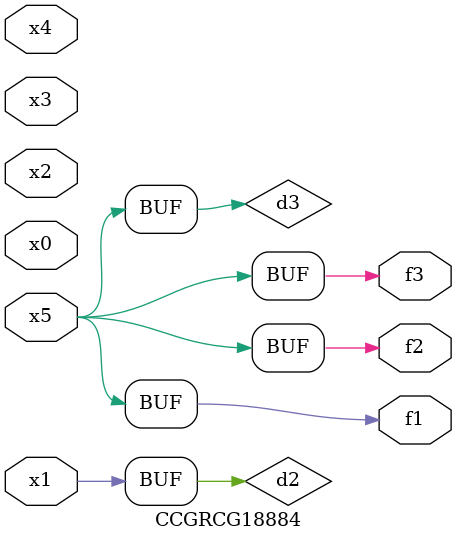
<source format=v>
module CCGRCG18884(
	input x0, x1, x2, x3, x4, x5,
	output f1, f2, f3
);

	wire d1, d2, d3;

	not (d1, x5);
	or (d2, x1);
	xnor (d3, d1);
	assign f1 = d3;
	assign f2 = d3;
	assign f3 = d3;
endmodule

</source>
